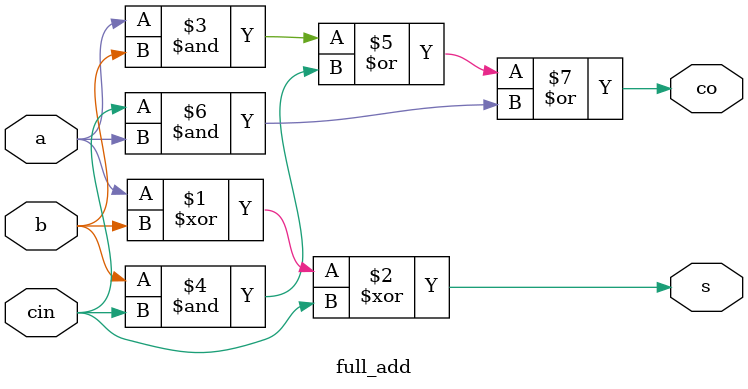
<source format=v>
module four_full_add_des (a,b,cin,s,co);

//input 
input [3:0] a;
input [3:0] b;
input cin;

//output
inout [3:0] s;
inout co;

wire [2:0] c;

full_add fsa1(s[0],c[0],a[0],b[0],cin);
full_add fsa2(s[1],c[1],a[1],b[1],c[0]);
full_add fsa3(s[2],c[2],a[2],b[2],c[1]);
full_add fsa4(s[3],c[3],a[3],b[3],c[2]);

endmodule

module full_add (input a,b,cin,output s,co);
assign s = a^b^cin;
assign co = (a&b) | (b&cin) | (cin&a);
endmodule

</source>
